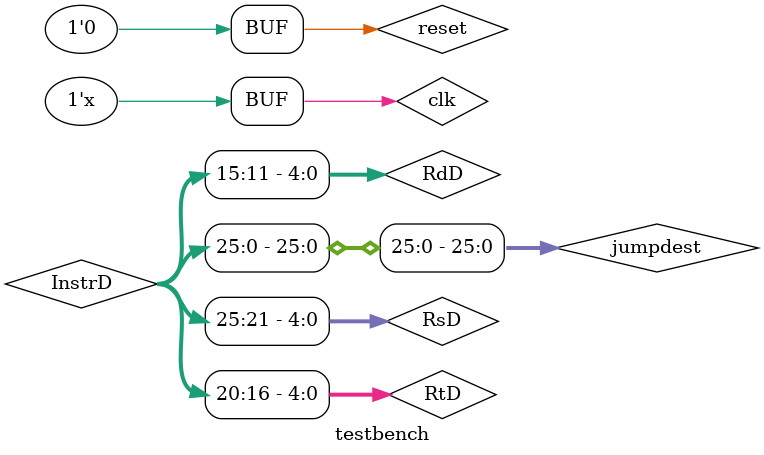
<source format=v>
`timescale 1ns / 1ps
module testbench(
    );

parameter size = 31;

reg clk, reset;

wire[size:0] PCTick, PCF;
wire[size:0] RD;
wire[size:0] InstrD;
wire[size:0] RD1, RD2, rd1mux, rd2mux;

wire[size:0] PCPlusF, PCPlusD;
wire[size:0] SignImmD, SignImmE;
wire[size:0] ALUOutM;
wire[size:0] ReadDataM;
wire[size:0] ReadDataW;
wire[size:0] ALUResult;

wire RegWriteD, RegWriteE, RegWriteM, RegWriteW;
wire MemtoRegD, MemtoRegE, MemtoRegM, MemtoRegW;
wire MemWriteD, MemWriteE, MemWriteM;

wire[2:0] ALUControlD, ALUControlE;

wire ALUSrcD, ALUSrcE;
wire RegDstD, RegDstE;


wire[size:0] SrcAE, SrcBE, WriteDataE, WriteDataM;
wire[size:0] PCBranchD;

//used to pass the destination from the jump instruction
wire[size:0] jumpdest;

wire[size:0] ALUOutW;

wire[size:0] Rd1E, Rd2E;
wire[4:0] RsE, RtE, RdE;
wire[4:0] RsD, RtD, RdD;
wire[size:0] ResultW;
wire[4:0] WriteRegE, WriteRegM, WriteRegW;


//wires from hazard unit
wire StallF, StallD, FlushE;
wire ForwardAD, ForwardBD;
wire[1:0] ForwardAE, ForwardBE;


wire JumpD;
wire clearclk1;
wire BranchD, bequal;


assign jumpdest = {PCPlusD[31:26], InstrD[25:0]}; 
assign bequal = BranchD & (rd1mux == rd2mux); 

assign RsD = InstrD[25:21];
assign RtD = InstrD[20:16];
assign RdD = InstrD[15:11];	

clkregen clrg1(.clk(clk), .en(~StallF), .in(PCTick), .out(PCF), .reset(reset));

instructionmemory im1(.in(PCF), .out(RD));

pcplus pp1(.in(PCF), .out(PCPlusF), .reset(reset));

jumpbranchdest jbdst(.jumpdest(jumpdest), .branchdest(PCBranchD), .PCPlusF(PCPlusF), .JumpD(JumpD), .bequal(bequal), .PCTick(PCTick), .clk1clear(clearclk1));

//old way to try and route PCBranch ...worked for pcbranch but not jump
//muxtwo_one mux1(.in(PCSrcD), .a(PCPlusF), .b(PCBranchD) ,.out(PCTick));
//muxthree_one jbeq(.in(PCSrcD), .out(PCTick), .a(PCPlusF), .b(PCBranchD), .c(jumpdest));

clk1 cl1( .clk(clk), .en(~StallD), .clr(clearclk1), .RD(RD), .PCPlusF(PCPlusF), 
.InstrD(InstrD), .PCPlusD(PCPlusD));

controlunit cu(.Op(InstrD[31:26]), .Funct(InstrD[5:0]), .RegWriteD(RegWriteD),
.MemtoRegD(MemtoRegD), .MemWriteD(MemWriteD), .BranchD(BranchD),
.ALUControlD(ALUControlD), .ALUSrcD(ALUSrcD), .RegDstD(RegDstD), .jump(JumpD));


registerfile rf(.clk(clk), .WE3(RegWriteW), .a1(InstrD[25:21]),
.a2(InstrD[20:16]), .a3(WriteRegW), .WD3(ResultW), .RD1(RD1), .RD2(RD2));

muxtwo_one rd1(.in(ForwardAD), .out(rd1mux), .a(RD1), .b(ALUOutM));

muxtwo_one rd2(.in(ForwardBD), .out(rd2mux), .a(RD2), .b(ALUOutM));

muxthree_one rd1m(.in(ForwardAE), .a(Rd1E), .b(ALUOutM), .c(ResultW),
.out(SrcAE));

muxthree_one rd2m(.in(ForwardBE), .a(Rd2E), .b(ALUOutM), .c(ALUOutW), 
.out(WriteDataE));

muxtwo_one srcbm(.in(ALUSrcE), .a(WriteDataE), .b(SignImmE), .out(SrcBE));

muxregdst muxrg(.in(RegDstE), .a(RtE), .b(RdE), .out(WriteRegE));

signextend se1(.in(InstrD[15:0]), .out(SignImmD));

add a1(.a(SignImmD), .b(PCPlusD), .sum(PCBranchD));

clk2 cu2(.clk(clk), .clr(~FlushE), .RegWriteD(RegWriteD), .MemtoRegD(MemtoRegD),
.MemWriteD(MemWriteD), .ALUControlD(ALUControlD), .ALUSrcD(ALUSrcD), 
.RegDstD(RegDstD), .Rd1D(RD1), .Rd2D(RD2), .RsD(InstrD[25:21]), 
.RtD(InstrD[20:16]), .RdD(InstrD[15:11]), .SignImmD(SignImmD),
.RegWriteE(RegWriteE), .MemtoRegE(MemtoRegE), .MemWriteE(MemWriteE),
.ALUSrcE(ALUSrcE), .RegDstE(RegDstE), .ALUControlE(ALUControlE),
.Rd1E(Rd1E), .Rd2E(Rd2E), .RsE(RsE), .RtE(RtE), .RdE(RdE),.SignImmE(SignImmE));

datamemory dm1(.clk(clk), .A(ALUOutM), .WD(WriteDataM), 
.WE(MemWriteM), .RD(ReadDataM));

clk4 clockfour(.clk(clk), .RegWriteM(RegWriteM), .MemtoRegM(MemtoRegM), 
.ReadDataM(ReadDataM), .ALUOutM(ALUOutM), .WriteRegM(WriteRegM),
.RegWriteW(RegWriteW), .MemtoRegW(MemtoRegW), .ReadDataW(ReadDataW),
.ALUOutW(ALUOutW), .WriteRegW(WriteRegW));

aluone onetwo(.ALUControl(ALUControlE), .SrcA(SrcAE), .SrcB(SrcBE),
.ALUResult(ALUResult));

muxtwo_one pcback(.in(MemtoRegW), .a(ALUOutW),
.b(ReadDataW), .out(ResultW));

clk3 cl3(.clk(clk), .RegWriteE(RegWriteE), .MemtoRegE(MemtoRegE),
.MemWriteE(MemWriteE), .ALUOutE(ALUResult), .WriteDataE(WriteDataE),
.WriteRegE(WriteRegE), .RegWriteM(RegWriteM), .MemtoRegM(MemtoRegM), 
.MemWriteM(MemWriteM), .ALUOutM(ALUOutM), .WriteDataM(WriteDataM),
.WriteRegM(WriteRegM));

hazardunit hu1( .RD1(RD1), .RD2(RD2), .StallF(StallF), .StallD(StallD), .BranchD(BranchD), 
.ForwardAD(ForwardAD), .ForwardBD(ForwardBD), .RsD(RsD), .RtD(RtD), 
.FlushE(FlushE), .RsE(RsE), .RtE(RtE), .ForwardAE(ForwardAE), 
.ForwardBE(ForwardBE), .WriteRegE(WriteRegE), .MemtoRegE(MemtoRegE),
.MemtoRegM(MemtoRegM), .RegWriteM(RegWriteM),
.RegWriteE(RegWriteE), .WriteRegM(WriteRegM), .WriteRegW(WriteRegW), 
.RegWriteW(RegWriteW));


always #10 clk = ~clk;

initial 

	begin
	
	clk = 0;
	reset = 1;
	#20;
	reset = 0;
	#60;
	

	end
endmodule

</source>
